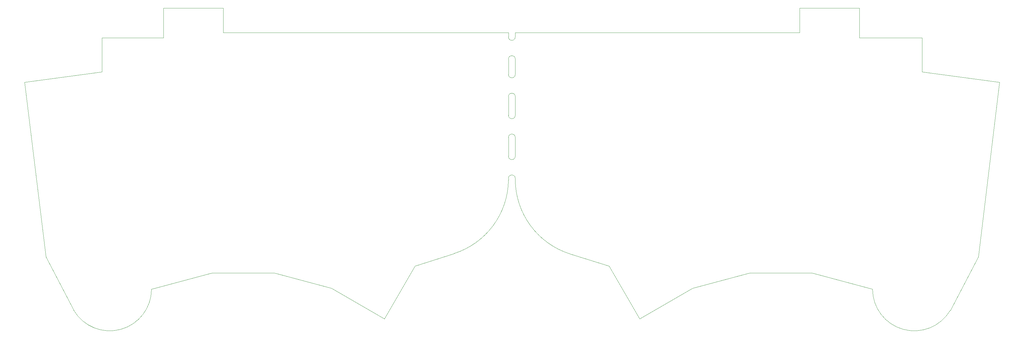
<source format=gm1>
G04 #@! TF.GenerationSoftware,KiCad,Pcbnew,9.0.4*
G04 #@! TF.CreationDate,2025-09-15T12:20:14-04:00*
G04 #@! TF.ProjectId,zen,7a656e2e-6b69-4636-9164-5f7063625858,rev?*
G04 #@! TF.SameCoordinates,Original*
G04 #@! TF.FileFunction,Profile,NP*
%FSLAX46Y46*%
G04 Gerber Fmt 4.6, Leading zero omitted, Abs format (unit mm)*
G04 Created by KiCad (PCBNEW 9.0.4) date 2025-09-15 12:20:14*
%MOMM*%
%LPD*%
G01*
G04 APERTURE LIST*
G04 #@! TA.AperFunction,Profile*
%ADD10C,0.050000*%
G04 #@! TD*
G04 #@! TA.AperFunction,Profile*
%ADD11C,0.100000*%
G04 #@! TD*
G04 APERTURE END LIST*
D10*
X181604406Y-188000000D02*
X166104406Y-179000000D01*
X113354406Y-179250000D02*
G75*
G02*
X90578058Y-185515683I-12250006J0D01*
G01*
X220000000Y-122750000D02*
X220000000Y-128250000D01*
X307000000Y-174500000D02*
X324750000Y-179250000D01*
X166104406Y-179000000D02*
X149354406Y-174500000D01*
X149354406Y-174500000D02*
X131104406Y-174500000D01*
X218000000Y-122750000D02*
X218000000Y-128250000D01*
X181604406Y-188000000D02*
X190604406Y-172500000D01*
X220000001Y-111750000D02*
X220000000Y-116250000D01*
X220000000Y-104000000D02*
X220000001Y-105250000D01*
X190604406Y-172500000D02*
X202046837Y-168819272D01*
X152104406Y-104000000D02*
X218000000Y-104000000D01*
X218000001Y-105250000D02*
X218000000Y-104000000D01*
X116854406Y-105500000D02*
X116854406Y-96750000D01*
X320874220Y-105500000D02*
X320874220Y-96750000D01*
X347526338Y-185515675D02*
X355750000Y-169750000D01*
X288750000Y-174500000D02*
X307000000Y-174500000D01*
X90578068Y-185515675D02*
X82354406Y-169750000D01*
X134354406Y-96750000D02*
X134354406Y-104000000D01*
X98854406Y-105500000D02*
X116854406Y-105500000D01*
X220000000Y-140250000D02*
X220000000Y-134750000D01*
X339250000Y-115500000D02*
X339250000Y-105500000D01*
X217999999Y-147265677D02*
X218000000Y-146750000D01*
X303374220Y-104000000D02*
X286000000Y-104000000D01*
X218000000Y-134750000D02*
X218000000Y-140250000D01*
X355750000Y-169750000D02*
X362000000Y-118500000D01*
X131104406Y-174500000D02*
X113354406Y-179250000D01*
X218000000Y-147265677D02*
G75*
G02*
X202046900Y-168819275I-22895600J265677D01*
G01*
X339250000Y-105500000D02*
X320874220Y-105500000D01*
X347526338Y-185515677D02*
G75*
G02*
X324750000Y-179250000I-10526338J6265677D01*
G01*
X236026317Y-168917293D02*
G75*
G02*
X220000000Y-147000000I6973683J21917293D01*
G01*
X116854406Y-96750000D02*
X134354406Y-96750000D01*
X82354406Y-169750000D02*
X76104406Y-118500000D01*
X256500000Y-188000000D02*
X272000000Y-179000000D01*
X247500000Y-172500000D02*
X236026317Y-168917292D01*
X220000000Y-147000000D02*
X220000000Y-146750000D01*
X134354406Y-104000000D02*
X152104406Y-104000000D01*
X218000001Y-111750000D02*
X218000001Y-116250000D01*
X362000000Y-118500000D02*
X339250000Y-115500000D01*
X76104406Y-118500000D02*
X98854406Y-115500000D01*
X272000000Y-179000000D02*
X288750000Y-174500000D01*
X286000000Y-104000000D02*
X220000000Y-104000000D01*
X256500000Y-188000000D02*
X247500000Y-172500000D01*
X320874220Y-96750000D02*
X303374220Y-96750000D01*
X98854406Y-115500000D02*
X98854406Y-105500000D01*
X303374220Y-96750000D02*
X303374220Y-104000000D01*
D11*
X220000001Y-105250000D02*
G75*
G02*
X218000001Y-105250000I-1000000J0D01*
G01*
X218000001Y-111750000D02*
G75*
G02*
X220000001Y-111750000I1000000J0D01*
G01*
X220000000Y-116250000D02*
G75*
G02*
X218000000Y-116250000I-1000000J0D01*
G01*
X218000000Y-122750000D02*
G75*
G02*
X220000000Y-122750000I1000000J0D01*
G01*
X220000000Y-140250000D02*
G75*
G02*
X218000000Y-140250000I-1000000J0D01*
G01*
X218000000Y-146750000D02*
G75*
G02*
X220000000Y-146750000I1000000J0D01*
G01*
X220000000Y-128250000D02*
G75*
G02*
X218000000Y-128250000I-1000000J0D01*
G01*
X218000000Y-134750000D02*
G75*
G02*
X220000000Y-134750000I1000000J0D01*
G01*
M02*

</source>
